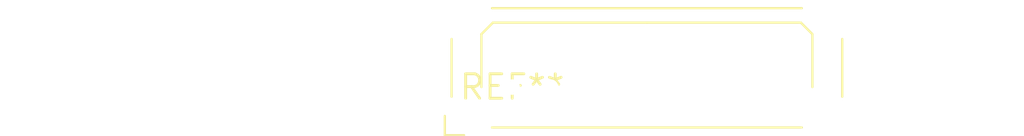
<source format=kicad_pcb>
(kicad_pcb (version 20240108) (generator pcbnew)
  (layers (0 "F.Cu" signal) (31 "B.Cu" signal) (34 "B.Paste" user) (35 "F.Paste" user) (36 "B.SilkS" user "B.Silkscreen") (37 "F.SilkS" user "F.Silkscreen") (38 "B.Mask" user) (39 "F.Mask" user) (44 "Edge.Cuts" user))
  (net 0 "")
  (footprint "Harwin_LTek-Male_2x08_P2.00mm_Vertical_StrainRelief" (layer "F.Cu") (at 0 0)
    (property "Reference" "REF**")
    (property "Value" "Harwin_LTek-Male_2x08_P2.00mm_Vertical_StrainRelief")
    (fp_line (start -3.5 1.5) (end -3.5 2.5) (layer "F.SilkS") (stroke (width 0.12)))
    (fp_line (start -3.5 2.5) (end -2.5 2.5) (layer "F.SilkS") (stroke (width 0.12)))
    (fp_line (start -3.15 -2.5) (end -3.15 0.5) (layer "F.SilkS") (stroke (width 0.12)))
    (fp_line (start -1.6 -2.75) (end -1 -3.35) (layer "F.SilkS") (stroke (width 0.12)))
    (fp_line (start -1.6 0) (end -1.6 -2.75) (layer "F.SilkS") (stroke (width 0.12)))
    (fp_line (start -1.05 -4.1) (end 15.05 -4.1) (layer "F.SilkS") (stroke (width 0.12)))
    (fp_line (start -1.05 2.1) (end 15.05 2.1) (layer "F.SilkS") (stroke (width 0.12)))
    (fp_line (start -1 -3.35) (end 7 -3.35) (layer "F.SilkS") (stroke (width 0.12)))
    (fp_line (start 15 -3.35) (end 7 -3.35) (layer "F.SilkS") (stroke (width 0.12)))
    (fp_line (start 15.6 -2.75) (end 15 -3.35) (layer "F.SilkS") (stroke (width 0.12)))
    (fp_line (start 15.6 0) (end 15.6 -2.75) (layer "F.SilkS") (stroke (width 0.12)))
    (fp_line (start 17.15 -2.5) (end 17.15 0.5) (layer "F.SilkS") (stroke (width 0.12)))
    (pad "" thru_hole circle (at -2.25 -3.375) (size 1.25 1.25) (drill 0.95) (layers *.Cu *.Mask) (remove_unused_layers))
    (pad "" thru_hole circle (at -2.25 1.375) (size 1.25 1.25) (drill 0.95) (layers *.Cu *.Mask) (remove_unused_layers))
    (pad "" thru_hole circle (at 16.25 -3.375) (size 1.25 1.25) (drill 0.95) (layers *.Cu *.Mask) (remove_unused_layers))
    (pad "" thru_hole circle (at 16.25 1.375) (size 1.25 1.25) (drill 0.95) (layers *.Cu *.Mask) (remove_unused_layers))
    (pad "1" thru_hole rect (at 0 0) (size 1.35 1.35) (drill 0.8) (layers *.Cu *.Mask) (remove_unused_layers))
    (pad "2" thru_hole circle (at 0 -2) (size 1.35 1.35) (drill 0.8) (layers *.Cu *.Mask) (remove_unused_layers))
    (pad "3" thru_hole circle (at 2 0) (size 1.35 1.35) (drill 0.8) (layers *.Cu *.Mask) (remove_unused_layers))
    (pad "4" thru_hole circle (at 2 -2) (size 1.35 1.35) (drill 0.8) (layers *.Cu *.Mask) (remove_unused_layers))
    (pad "5" thru_hole circle (at 4 0) (size 1.35 1.35) (drill 0.8) (layers *.Cu *.Mask) (remove_unused_layers))
    (pad "6" thru_hole circle (at 4 -2) (size 1.35 1.35) (drill 0.8) (layers *.Cu *.Mask) (remove_unused_layers))
    (pad "7" thru_hole circle (at 6 0) (size 1.35 1.35) (drill 0.8) (layers *.Cu *.Mask) (remove_unused_layers))
    (pad "8" thru_hole circle (at 6 -2) (size 1.35 1.35) (drill 0.8) (layers *.Cu *.Mask) (remove_unused_layers))
    (pad "9" thru_hole circle (at 8 0) (size 1.35 1.35) (drill 0.8) (layers *.Cu *.Mask) (remove_unused_layers))
    (pad "10" thru_hole circle (at 8 -2) (size 1.35 1.35) (drill 0.8) (layers *.Cu *.Mask) (remove_unused_layers))
    (pad "11" thru_hole circle (at 10 0) (size 1.35 1.35) (drill 0.8) (layers *.Cu *.Mask) (remove_unused_layers))
    (pad "12" thru_hole circle (at 10 -2) (size 1.35 1.35) (drill 0.8) (layers *.Cu *.Mask) (remove_unused_layers))
    (pad "13" thru_hole circle (at 12 0) (size 1.35 1.35) (drill 0.8) (layers *.Cu *.Mask) (remove_unused_layers))
    (pad "14" thru_hole circle (at 12 -2) (size 1.35 1.35) (drill 0.8) (layers *.Cu *.Mask) (remove_unused_layers))
    (pad "15" thru_hole circle (at 14 0) (size 1.35 1.35) (drill 0.8) (layers *.Cu *.Mask) (remove_unused_layers))
    (pad "16" thru_hole circle (at 14 -2) (size 1.35 1.35) (drill 0.8) (layers *.Cu *.Mask) (remove_unused_layers))
  )
)
</source>
